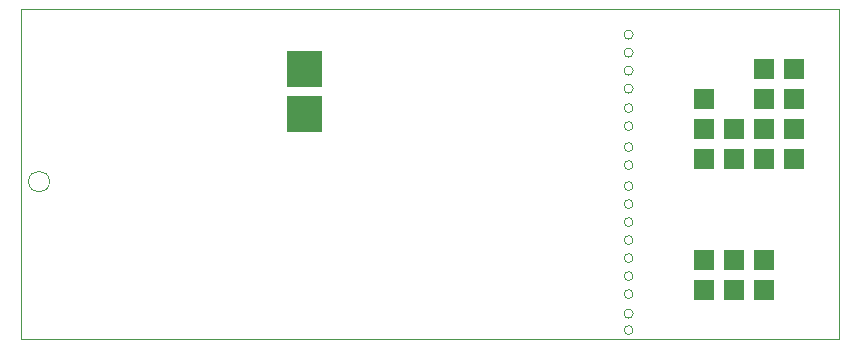
<source format=gbr>
G04 #@! TF.GenerationSoftware,KiCad,Pcbnew,(5.1.0)-1*
G04 #@! TF.CreationDate,2019-05-01T15:09:39-04:00*
G04 #@! TF.ProjectId,PicoTrackerWSPR1Rev4,5069636f-5472-4616-936b-657257535052,rev?*
G04 #@! TF.SameCoordinates,Original*
G04 #@! TF.FileFunction,Soldermask,Bot*
G04 #@! TF.FilePolarity,Negative*
%FSLAX46Y46*%
G04 Gerber Fmt 4.6, Leading zero omitted, Abs format (unit mm)*
G04 Created by KiCad (PCBNEW (5.1.0)-1) date 2019-05-01 15:09:39*
%MOMM*%
%LPD*%
G04 APERTURE LIST*
%ADD10C,0.100000*%
%ADD11C,0.150000*%
G04 APERTURE END LIST*
D10*
X53975000Y-62230000D02*
X53975000Y-63500000D01*
X123190000Y-62230000D02*
X123190000Y-63500000D01*
X53975000Y-90170000D02*
X53975000Y-63500000D01*
X123190000Y-90170000D02*
X53975000Y-90170000D01*
X123190000Y-63500000D02*
X123190000Y-90170000D01*
X53975000Y-62230000D02*
X123190000Y-62230000D01*
X105791021Y-89408000D02*
G75*
G03X105791021Y-89408000I-381021J0D01*
G01*
X105791021Y-64389000D02*
G75*
G03X105791021Y-64389000I-381021J0D01*
G01*
X105791021Y-65913000D02*
G75*
G03X105791021Y-65913000I-381021J0D01*
G01*
X105791021Y-67437000D02*
G75*
G03X105791021Y-67437000I-381021J0D01*
G01*
X105791021Y-68961000D02*
G75*
G03X105791021Y-68961000I-381021J0D01*
G01*
X105791021Y-70612000D02*
G75*
G03X105791021Y-70612000I-381021J0D01*
G01*
X105791021Y-72136000D02*
G75*
G03X105791021Y-72136000I-381021J0D01*
G01*
X105791021Y-73914000D02*
G75*
G03X105791021Y-73914000I-381021J0D01*
G01*
X105791021Y-75438000D02*
G75*
G03X105791021Y-75438000I-381021J0D01*
G01*
X105791021Y-77216000D02*
G75*
G03X105791021Y-77216000I-381021J0D01*
G01*
X105791021Y-78740000D02*
G75*
G03X105791021Y-78740000I-381021J0D01*
G01*
X105791021Y-80264000D02*
G75*
G03X105791021Y-80264000I-381021J0D01*
G01*
X105791021Y-81788000D02*
G75*
G03X105791021Y-81788000I-381021J0D01*
G01*
X105791021Y-83312000D02*
G75*
G03X105791021Y-83312000I-381021J0D01*
G01*
X105791021Y-86360000D02*
G75*
G03X105791021Y-86360000I-381021J0D01*
G01*
X105791021Y-84836000D02*
G75*
G03X105791021Y-84836000I-381021J0D01*
G01*
X105791021Y-88011000D02*
G75*
G03X105791021Y-88011000I-381021J0D01*
G01*
X56388000Y-76835000D02*
G75*
G03X56388000Y-76835000I-889000J0D01*
G01*
D11*
G36*
X112610000Y-86896000D02*
G01*
X110910000Y-86896000D01*
X110910000Y-85196000D01*
X112610000Y-85196000D01*
X112610000Y-86896000D01*
X112610000Y-86896000D01*
G37*
G36*
X117690000Y-86896000D02*
G01*
X115990000Y-86896000D01*
X115990000Y-85196000D01*
X117690000Y-85196000D01*
X117690000Y-86896000D01*
X117690000Y-86896000D01*
G37*
G36*
X115150000Y-86896000D02*
G01*
X113450000Y-86896000D01*
X113450000Y-85196000D01*
X115150000Y-85196000D01*
X115150000Y-86896000D01*
X115150000Y-86896000D01*
G37*
G36*
X117690000Y-84356000D02*
G01*
X115990000Y-84356000D01*
X115990000Y-82656000D01*
X117690000Y-82656000D01*
X117690000Y-84356000D01*
X117690000Y-84356000D01*
G37*
G36*
X115150000Y-84356000D02*
G01*
X113450000Y-84356000D01*
X113450000Y-82656000D01*
X115150000Y-82656000D01*
X115150000Y-84356000D01*
X115150000Y-84356000D01*
G37*
G36*
X112610000Y-84356000D02*
G01*
X110910000Y-84356000D01*
X110910000Y-82656000D01*
X112610000Y-82656000D01*
X112610000Y-84356000D01*
X112610000Y-84356000D01*
G37*
G36*
X112610000Y-75780000D02*
G01*
X110910000Y-75780000D01*
X110910000Y-74080000D01*
X112610000Y-74080000D01*
X112610000Y-75780000D01*
X112610000Y-75780000D01*
G37*
G36*
X115150000Y-75780000D02*
G01*
X113450000Y-75780000D01*
X113450000Y-74080000D01*
X115150000Y-74080000D01*
X115150000Y-75780000D01*
X115150000Y-75780000D01*
G37*
G36*
X120230000Y-75780000D02*
G01*
X118530000Y-75780000D01*
X118530000Y-74080000D01*
X120230000Y-74080000D01*
X120230000Y-75780000D01*
X120230000Y-75780000D01*
G37*
G36*
X117690000Y-75780000D02*
G01*
X115990000Y-75780000D01*
X115990000Y-74080000D01*
X117690000Y-74080000D01*
X117690000Y-75780000D01*
X117690000Y-75780000D01*
G37*
G36*
X120230000Y-73240000D02*
G01*
X118530000Y-73240000D01*
X118530000Y-71540000D01*
X120230000Y-71540000D01*
X120230000Y-73240000D01*
X120230000Y-73240000D01*
G37*
G36*
X115150000Y-73240000D02*
G01*
X113450000Y-73240000D01*
X113450000Y-71540000D01*
X115150000Y-71540000D01*
X115150000Y-73240000D01*
X115150000Y-73240000D01*
G37*
G36*
X112610000Y-73240000D02*
G01*
X110910000Y-73240000D01*
X110910000Y-71540000D01*
X112610000Y-71540000D01*
X112610000Y-73240000D01*
X112610000Y-73240000D01*
G37*
G36*
X117690000Y-73240000D02*
G01*
X115990000Y-73240000D01*
X115990000Y-71540000D01*
X117690000Y-71540000D01*
X117690000Y-73240000D01*
X117690000Y-73240000D01*
G37*
G36*
X79478000Y-72620000D02*
G01*
X76478000Y-72620000D01*
X76478000Y-69620000D01*
X79478000Y-69620000D01*
X79478000Y-72620000D01*
X79478000Y-72620000D01*
G37*
G36*
X120230000Y-70700000D02*
G01*
X118530000Y-70700000D01*
X118530000Y-69000000D01*
X120230000Y-69000000D01*
X120230000Y-70700000D01*
X120230000Y-70700000D01*
G37*
G36*
X112610000Y-70700000D02*
G01*
X110910000Y-70700000D01*
X110910000Y-69000000D01*
X112610000Y-69000000D01*
X112610000Y-70700000D01*
X112610000Y-70700000D01*
G37*
G36*
X117690000Y-70700000D02*
G01*
X115990000Y-70700000D01*
X115990000Y-69000000D01*
X117690000Y-69000000D01*
X117690000Y-70700000D01*
X117690000Y-70700000D01*
G37*
G36*
X79478000Y-68810000D02*
G01*
X76478000Y-68810000D01*
X76478000Y-65810000D01*
X79478000Y-65810000D01*
X79478000Y-68810000D01*
X79478000Y-68810000D01*
G37*
G36*
X120230000Y-68160000D02*
G01*
X118530000Y-68160000D01*
X118530000Y-66460000D01*
X120230000Y-66460000D01*
X120230000Y-68160000D01*
X120230000Y-68160000D01*
G37*
G36*
X117690000Y-68160000D02*
G01*
X115990000Y-68160000D01*
X115990000Y-66460000D01*
X117690000Y-66460000D01*
X117690000Y-68160000D01*
X117690000Y-68160000D01*
G37*
M02*

</source>
